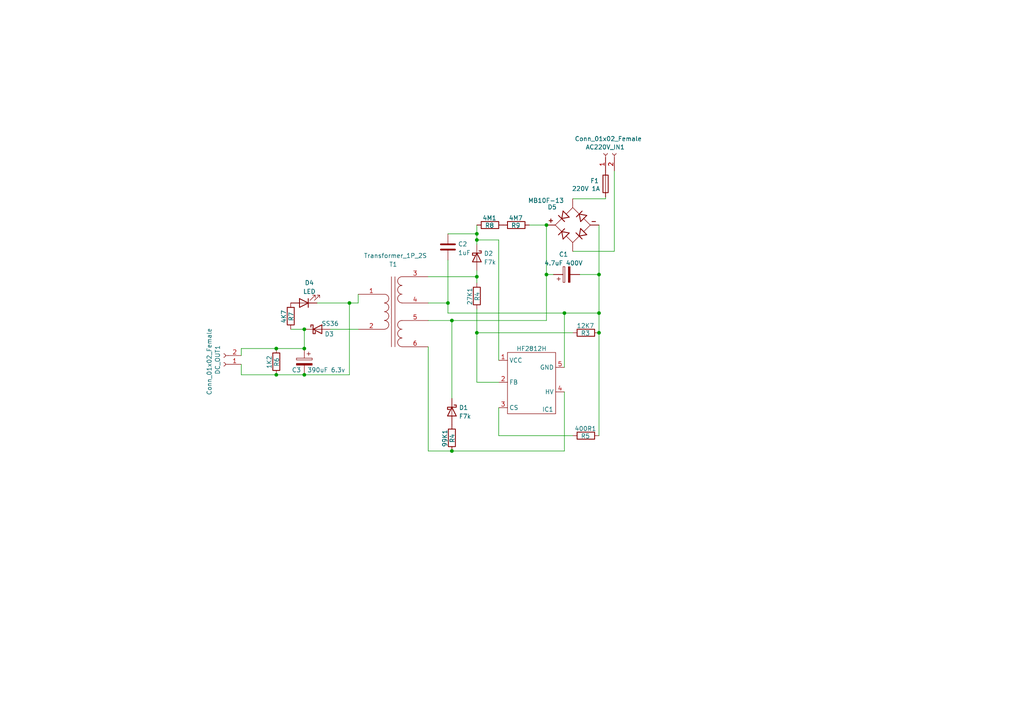
<source format=kicad_sch>
(kicad_sch (version 20211123) (generator eeschema)
  (paper "A4")
  (lib_symbols
    (symbol "Connector:Conn_01x02_Female" (pin_names (offset 1.016) hide)
      (property "Reference" "J" (at 0 2.54 0))
      (property "Value" "Conn_01x02_Female" (at 0 -5.08 0))
      (symbol "Conn_01x02_Female_1_1"
        (arc (start 0 -2.032) (mid -0.508 -2.54) (end 0 -3.048) (stroke (width 0.1524)))
        (polyline (pts (xy -1.27 -2.54) (xy -0.508 -2.54)) (stroke (width 0.1524)))
        (polyline (pts (xy -1.27 0) (xy -0.508 0)) (stroke (width 0.1524)))
        (arc (start 0 0.508) (mid -0.508 0) (end 0 -0.508) (stroke (width 0.1524)))
        (pin passive line (at -5.08 0 0) (length 3.81) (name "Pin_1") (number "1"))
        (pin passive line (at -5.08 -2.54 0) (length 3.81) (name "Pin_2") (number "2"))
      )
    )
    (symbol "Device:C" (pin_numbers hide) (pin_names (offset 0.254))
      (property "Reference" "C" (at 0.635 2.54 0))
      (property "Value" "C" (at 0.635 -2.54 0))
      (symbol "C_0_1"
        (polyline (pts (xy -2.032 -0.762) (xy 2.032 -0.762)) (stroke (width 0.508)))
        (polyline (pts (xy -2.032 0.762) (xy 2.032 0.762)) (stroke (width 0.508)))
      )
      (symbol "C_1_1"
        (pin passive line (at 0 3.81 270) (length 2.794) (name "~") (number "1"))
        (pin passive line (at 0 -3.81 90) (length 2.794) (name "~") (number "2"))
      )
    )
    (symbol "Device:C_Polarized" (pin_numbers hide) (pin_names (offset 0.254))
      (property "Reference" "C" (at 0.635 2.54 0))
      (property "Value" "C_Polarized" (at 0.635 -2.54 0))
      (symbol "C_Polarized_0_1"
        (rectangle (start -2.286 0.508) (end 2.286 1.016))
        (polyline (pts (xy -1.778 2.286) (xy -0.762 2.286)))
        (polyline (pts (xy -1.27 2.794) (xy -1.27 1.778)))
        (rectangle (start 2.286 -0.508) (end -2.286 -1.016) (fill (type outline)))
      )
      (symbol "C_Polarized_1_1"
        (pin passive line (at 0 3.81 270) (length 2.794) (name "~") (number "1"))
        (pin passive line (at 0 -3.81 90) (length 2.794) (name "~") (number "2"))
      )
    )
    (symbol "Device:D_Schottky" (pin_numbers hide) (pin_names (offset 1.016) hide)
      (property "Reference" "D" (at 0 2.54 0))
      (property "Value" "D_Schottky" (at 0 -2.54 0))
      (symbol "D_Schottky_0_1"
        (polyline (pts (xy 1.27 0) (xy -1.27 0)))
        (polyline (pts (xy 1.27 1.27) (xy 1.27 -1.27) (xy -1.27 0) (xy 1.27 1.27)) (stroke (width 0.254)))
        (polyline (pts (xy -1.905 0.635) (xy -1.905 1.27) (xy -1.27 1.27) (xy -1.27 -1.27) (xy -0.635 -1.27) (xy -0.635 -0.635)) (stroke (width 0.254)))
      )
      (symbol "D_Schottky_1_1"
        (pin passive line (at -3.81 0 0) (length 2.54) (name "K") (number "1"))
        (pin passive line (at 3.81 0 180) (length 2.54) (name "A") (number "2"))
      )
    )
    (symbol "Device:Fuse" (pin_numbers hide) (pin_names (offset 0))
      (property "Reference" "F" (at 2.032 0 90))
      (property "Value" "Fuse" (at -1.905 0 90))
      (symbol "Fuse_0_1"
        (rectangle (start -0.762 -2.54) (end 0.762 2.54) (stroke (width 0.254)))
        (polyline (pts (xy 0 2.54) (xy 0 -2.54)))
      )
      (symbol "Fuse_1_1"
        (pin passive line (at 0 3.81 270) (length 1.27) (name "~") (number "1"))
        (pin passive line (at 0 -3.81 90) (length 1.27) (name "~") (number "2"))
      )
    )
    (symbol "Device:LED" (pin_numbers hide) (pin_names (offset 1.016) hide)
      (property "Reference" "D" (at 0 2.54 0))
      (property "Value" "LED" (at 0 -2.54 0))
      (symbol "LED_0_1"
        (polyline (pts (xy -1.27 -1.27) (xy -1.27 1.27)) (stroke (width 0.254)))
        (polyline (pts (xy -1.27 0) (xy 1.27 0)))
        (polyline (pts (xy 1.27 -1.27) (xy 1.27 1.27) (xy -1.27 0) (xy 1.27 -1.27)) (stroke (width 0.254)))
        (polyline (pts (xy -3.048 -0.762) (xy -4.572 -2.286) (xy -3.81 -2.286) (xy -4.572 -2.286) (xy -4.572 -1.524)))
        (polyline (pts (xy -1.778 -0.762) (xy -3.302 -2.286) (xy -2.54 -2.286) (xy -3.302 -2.286) (xy -3.302 -1.524)))
      )
      (symbol "LED_1_1"
        (pin passive line (at -3.81 0 0) (length 2.54) (name "K") (number "1"))
        (pin passive line (at 3.81 0 180) (length 2.54) (name "A") (number "2"))
      )
    )
    (symbol "Device:R" (pin_numbers hide) (pin_names (offset 0))
      (property "Reference" "R" (at 2.032 0 90))
      (property "Value" "R" (at 0 0 90))
      (symbol "R_0_1"
        (rectangle (start -1.016 -2.54) (end 1.016 2.54) (stroke (width 0.254)))
      )
      (symbol "R_1_1"
        (pin passive line (at 0 3.81 270) (length 1.27) (name "~") (number "1"))
        (pin passive line (at 0 -3.81 90) (length 1.27) (name "~") (number "2"))
      )
    )
    (symbol "Device:Transformer_1P_2S" (pin_names (offset 1.016) hide)
      (property "Reference" "T" (at 0 12.7 0))
      (property "Value" "Transformer_1P_2S" (at 0 -12.7 0))
      (symbol "Transformer_1P_2S_0_1"
        (arc (start -2.54 -5.0546) (mid -1.6599 -4.6901) (end -1.27 -3.81))
        (arc (start -2.54 -2.5146) (mid -1.6599 -2.1501) (end -1.27 -1.27))
        (arc (start -2.54 0.0254) (mid -1.6599 0.3899) (end -1.27 1.27))
        (arc (start -2.54 2.5654) (mid -1.6599 2.9299) (end -1.27 3.81))
        (arc (start -1.27 -3.81) (mid -1.642 -2.912) (end -2.54 -2.54))
        (arc (start -1.27 -1.27) (mid -1.642 -0.372) (end -2.54 0))
        (arc (start -1.27 1.27) (mid -1.642 2.168) (end -2.54 2.54))
        (arc (start -1.27 3.81) (mid -1.642 4.708) (end -2.54 5.08))
        (polyline (pts (xy -0.508 -10.16) (xy -0.508 10.16)))
        (polyline (pts (xy 0.508 10.16) (xy 0.508 -10.16)))
        (arc (start 1.2954 -8.89) (mid 1.6599 -9.7701) (end 2.54 -10.1346))
        (arc (start 1.2954 -6.35) (mid 1.6599 -7.2301) (end 2.54 -7.5946))
        (arc (start 1.2954 -3.81) (mid 1.6599 -4.6901) (end 2.54 -5.0546))
        (arc (start 1.2954 3.81) (mid 1.6599 2.9299) (end 2.54 2.5654))
        (arc (start 1.2954 6.35) (mid 1.6599 5.4699) (end 2.54 5.1054))
        (arc (start 1.2954 8.89) (mid 1.6599 8.0099) (end 2.54 7.6454))
        (arc (start 2.54 -7.62) (mid 1.642 -7.992) (end 1.2954 -8.89))
        (arc (start 2.54 -5.08) (mid 1.642 -5.452) (end 1.2954 -6.35))
        (arc (start 2.54 -2.54) (mid 1.642 -2.912) (end 1.2954 -3.81))
        (arc (start 2.54 5.08) (mid 1.642 4.708) (end 1.2954 3.81))
        (arc (start 2.54 7.62) (mid 1.642 7.248) (end 1.2954 6.35))
        (arc (start 2.54 10.16) (mid 1.642 9.788) (end 1.2954 8.89))
      )
      (symbol "Transformer_1P_2S_1_1"
        (pin passive line (at -10.16 5.08 0) (length 7.62) (name "AA") (number "1"))
        (pin passive line (at -10.16 -5.08 0) (length 7.62) (name "AB") (number "2"))
        (pin passive line (at 10.16 10.16 180) (length 7.62) (name "SA") (number "3"))
        (pin passive line (at 10.16 2.54 180) (length 7.62) (name "SB") (number "4"))
        (pin passive line (at 10.16 -2.54 180) (length 7.62) (name "SC") (number "5"))
        (pin passive line (at 10.16 -10.16 180) (length 7.62) (name "SD") (number "6"))
      )
    )
    (symbol "Power_Management:HF2812H"
      (property "Reference" "IC" (at 0 0 0))
      (property "Value" "HF2812H" (at -0.254 2.032 0))
      (symbol "HF2812H_0_1"
        (rectangle (start -8.128 -2.032) (end 5.842 -19.812) (stroke (width 0.1524)))
      )
      (symbol "HF2812H_1_1"
        (pin input line (at -10.668 -4.318 0) (length 2.54) (name "VCC") (number "1"))
        (pin bidirectional line (at -10.668 -10.668 0) (length 2.54) (name "FB") (number "2"))
        (pin bidirectional line (at -10.668 -18.034 0) (length 2.54) (name "CS") (number "3"))
        (pin bidirectional line (at 8.382 -13.462 180) (length 2.54) (name "HV") (number "4"))
        (pin output line (at 8.382 -6.35 180) (length 2.54) (name "GND") (number "5"))
      )
    )
    (symbol "Power_Protection:MB10F-13" (pin_numbers hide) (pin_names (offset 1.016) hide)
      (property "Reference" "D" (at 5.08 5.08 0))
      (property "Value" "MB10F-13" (at 5.08 -7.62 0))
      (symbol "MB10F-13_0_0"
        (polyline (pts (xy -6.858 1.27) (xy -5.842 1.27)) (stroke (width 0.254)))
        (polyline (pts (xy -6.35 0.762) (xy -6.35 1.778)) (stroke (width 0.254)))
        (polyline (pts (xy -5.08 0) (xy -3.175 -1.905)) (stroke (width 0.1524)))
        (polyline (pts (xy -3.175 -1.905) (xy -2.794 -4.064)) (stroke (width 0.254)))
        (polyline (pts (xy -3.175 -1.905) (xy -1.016 -2.286)) (stroke (width 0.254)))
        (polyline (pts (xy -3.175 1.905) (xy -5.08 0)) (stroke (width 0.1524)))
        (polyline (pts (xy -3.175 1.905) (xy -2.794 4.064)) (stroke (width 0.254)))
        (polyline (pts (xy -3.175 1.905) (xy -1.016 2.286)) (stroke (width 0.254)))
        (polyline (pts (xy -2.3622 -1.0668) (xy -4.1402 -2.8448)) (stroke (width 0.254)))
        (polyline (pts (xy -2.3622 1.016) (xy -4.1402 2.794)) (stroke (width 0.254)))
        (polyline (pts (xy -1.016 -2.286) (xy -2.794 -4.064)) (stroke (width 0.254)))
        (polyline (pts (xy -1.016 2.286) (xy -2.794 4.064)) (stroke (width 0.254)))
        (polyline (pts (xy 0 -5.08) (xy -1.8034 -3.2766)) (stroke (width 0.1524)))
        (polyline (pts (xy 0 -5.08) (xy 1.905 -3.175)) (stroke (width 0.1524)))
        (polyline (pts (xy 0 5.08) (xy -1.8034 3.2766)) (stroke (width 0.1524)))
        (polyline (pts (xy 1.905 -3.175) (xy 2.286 -1.016)) (stroke (width 0.254)))
        (polyline (pts (xy 1.905 -3.175) (xy 4.064 -2.794)) (stroke (width 0.254)))
        (polyline (pts (xy 1.905 3.175) (xy 0 5.08)) (stroke (width 0.1524)))
        (polyline (pts (xy 1.905 3.175) (xy 2.286 1.016)) (stroke (width 0.254)))
        (polyline (pts (xy 1.905 3.175) (xy 4.064 2.794)) (stroke (width 0.254)))
        (polyline (pts (xy 2.7178 -4.0386) (xy 0.9398 -2.2606)) (stroke (width 0.254)))
        (polyline (pts (xy 2.7178 4.0386) (xy 1.0668 2.3876)) (stroke (width 0.254)))
        (polyline (pts (xy 3.2766 -1.8034) (xy 5.08 0)) (stroke (width 0.1524)))
        (polyline (pts (xy 4.064 -2.794) (xy 2.286 -1.016)) (stroke (width 0.254)))
        (polyline (pts (xy 4.064 2.794) (xy 2.286 1.016)) (stroke (width 0.254)))
        (polyline (pts (xy 5.08 0) (xy 3.2766 1.8034)) (stroke (width 0.1524)))
        (polyline (pts (xy 5.588 1.016) (xy 6.604 1.016)) (stroke (width 0.254)))
        (pin passive line (at -7.62 0 0) (length 2.54) (name "~") (number "1"))
        (pin passive line (at 0 7.62 270) (length 2.54) (name "~") (number "2"))
        (pin passive line (at 7.62 0 180) (length 2.54) (name "~") (number "3"))
        (pin passive line (at 0 -7.62 90) (length 2.54) (name "~") (number "4"))
      )
    )
  )
  (junction (at 158.496 79.629))
  (junction (at 138.303 69.596))
  (junction (at 88.265 108.712))
  (junction (at 173.736 79.629))
  (junction (at 138.303 96.52))
  (junction (at 101.346 87.884))
  (junction (at 138.303 67.818))
  (junction (at 158.496 65.278))
  (junction (at 131.064 130.81))
  (junction (at 88.265 95.504))
  (junction (at 131.064 92.964))
  (junction (at 138.303 80.264))
  (junction (at 163.703 90.805))
  (junction (at 88.265 101.092))
  (junction (at 173.736 96.52))
  (junction (at 80.137 101.092))
  (junction (at 129.921 87.884))
  (junction (at 80.137 108.712))
  (junction (at 173.736 90.805))
  (wire (pts (xy 101.346 87.884) (xy 103.886 87.884)))
  (wire (pts (xy 158.496 65.278) (xy 158.496 79.629)))
  (wire (pts (xy 80.137 108.712) (xy 69.977 108.712)))
  (wire (pts (xy 153.543 65.278) (xy 158.496 65.278)))
  (wire (pts (xy 88.265 95.504) (xy 88.265 101.092)))
  (wire (pts (xy 138.303 96.52) (xy 166.116 96.52)))
  (wire (pts (xy 144.653 104.521) (xy 144.653 69.596)))
  (wire (pts (xy 173.736 79.629) (xy 168.148 79.629)))
  (wire (pts (xy 138.303 69.596) (xy 138.303 67.818)))
  (wire (pts (xy 80.137 101.092) (xy 69.977 101.092)))
  (wire (pts (xy 173.736 65.278) (xy 173.736 79.629)))
  (wire (pts (xy 124.206 130.81) (xy 124.206 100.584)))
  (wire (pts (xy 138.303 89.662) (xy 138.303 96.52)))
  (wire (pts (xy 178.181 49.53) (xy 178.181 72.898)))
  (wire (pts (xy 144.653 69.596) (xy 138.303 69.596)))
  (wire (pts (xy 69.977 101.092) (xy 69.977 103.124)))
  (wire (pts (xy 124.206 87.884) (xy 129.921 87.884)))
  (wire (pts (xy 175.641 57.658) (xy 175.641 57.15)))
  (wire (pts (xy 95.885 95.504) (xy 103.886 95.504)))
  (wire (pts (xy 138.303 80.264) (xy 138.303 78.486)))
  (wire (pts (xy 103.886 87.884) (xy 103.886 85.344)))
  (wire (pts (xy 129.921 67.818) (xy 138.303 67.818)))
  (wire (pts (xy 138.303 82.042) (xy 138.303 80.264)))
  (wire (pts (xy 163.703 113.665) (xy 163.703 130.81)))
  (wire (pts (xy 163.703 130.81) (xy 131.064 130.81)))
  (wire (pts (xy 173.736 96.52) (xy 173.736 126.365)))
  (wire (pts (xy 138.303 70.866) (xy 138.303 69.596)))
  (wire (pts (xy 138.303 67.818) (xy 138.303 65.278)))
  (wire (pts (xy 166.116 72.898) (xy 178.181 72.898)))
  (wire (pts (xy 131.064 92.964) (xy 131.064 115.57)))
  (wire (pts (xy 84.328 95.504) (xy 88.265 95.504)))
  (wire (pts (xy 166.116 57.658) (xy 175.641 57.658)))
  (wire (pts (xy 101.346 87.884) (xy 101.346 108.712)))
  (wire (pts (xy 163.703 90.805) (xy 129.921 90.805)))
  (wire (pts (xy 129.921 87.884) (xy 129.921 75.438)))
  (wire (pts (xy 173.736 90.805) (xy 173.736 96.52)))
  (wire (pts (xy 158.496 79.629) (xy 160.528 79.629)))
  (wire (pts (xy 80.137 101.092) (xy 88.265 101.092)))
  (wire (pts (xy 138.303 96.52) (xy 138.303 110.871)))
  (wire (pts (xy 144.653 118.237) (xy 144.653 126.365)))
  (wire (pts (xy 158.496 79.629) (xy 158.496 92.964)))
  (wire (pts (xy 91.948 87.884) (xy 101.346 87.884)))
  (wire (pts (xy 138.303 110.871) (xy 144.653 110.871)))
  (wire (pts (xy 80.137 108.712) (xy 88.265 108.712)))
  (wire (pts (xy 173.736 79.629) (xy 173.736 90.805)))
  (wire (pts (xy 138.303 80.264) (xy 124.206 80.264)))
  (wire (pts (xy 173.736 90.805) (xy 163.703 90.805)))
  (wire (pts (xy 131.064 92.964) (xy 124.206 92.964)))
  (wire (pts (xy 101.346 108.712) (xy 88.265 108.712)))
  (wire (pts (xy 131.064 130.81) (xy 124.206 130.81)))
  (wire (pts (xy 129.921 90.805) (xy 129.921 87.884)))
  (wire (pts (xy 144.653 126.365) (xy 166.116 126.365)))
  (wire (pts (xy 69.977 108.712) (xy 69.977 105.664)))
  (wire (pts (xy 158.496 92.964) (xy 131.064 92.964)))
  (wire (pts (xy 163.703 90.805) (xy 163.703 106.553)))
  (symbol (lib_id "Device:LED") (at 88.138 87.884 180) (unit 1)
    (property "Reference" "D4" (at 89.7255 82.0252 0))
    (property "Value" "LED" (at 89.7255 84.5621 0))
    (property "Footprint" "Diode_SMD:D_0805_2012Metric_Pad1.15x1.40mm_HandSolder" (effects hide))
  )
  (symbol (lib_id "Connector:Conn_01x02_Female") (at 175.641 44.45 90) (unit 1)
    (property "Reference" "AC220V_IN1" (at 181.229 42.672 90) (effects (justify left)))
    (property "Value" "Conn_01x02_Female" (at 186.182 40.259 90) (effects (justify left)))
    (property "Footprint" "TestPoint:TestPoint_Pad_D1.5mm x2" (effects hide))
  )
  (symbol (lib_id "Power_Protection:MB10F-13") (at 166.116 65.278 0) (unit 1)
    (property "Reference" "D5" (at 160.147 60.071 0))
    (property "Value" "MB10F-13" (at 158.369 58.166 0))
    (property "Footprint" "Diode_SMD:DIOB_MB10F-13" (effects hide))
    (property "PARTREV" "3 - 2" (effects hide))
    (property "STANDARD" "Manufacturer Recommendations" (effects hide))
    (property "MAXIMUM_PACKAGE_HEIGHT" "1.8 mm" (effects hide))
    (property "MANUFACTURER" "Diodes Inc." (effects hide))
  )
  (symbol (lib_id "Device:C_Polarized") (at 88.265 104.902 0) (mirror y) (unit 1)
    (property "Reference" "C3" (at 85.979 107.315 0))
    (property "Value" "390uF 6.3v" (at 94.615 107.315 0))
    (property "Footprint" "Capacitor_THT:CP_Radial_D4.0mm_P1.50mm" (effects hide))
  )
  (symbol (lib_id "Device:Transformer_1P_2S") (at 114.046 90.424 0) (unit 1)
    (property "Reference" "T1" (at 114.046 76.6911 0))
    (property "Value" "Transformer_1P_2S" (at 114.681 74.168 0))
    (property "Footprint" "Transformer_THT:Transformer_EE10-A1 11.5x12.5mm" (effects hide))
  )
  (symbol (lib_id "Power_Management:HF2812H") (at 155.321 100.203 0) (unit 1)
    (property "Reference" "IC1" (at 158.877 118.745 0))
    (property "Value" "HF2812H" (at 154.178 101.1229 0))
    (property "Footprint" "Package_SO:SOP5" (effects hide))
  )
  (symbol (lib_id "Device:D_Schottky") (at 138.303 74.676 270) (unit 1)
    (property "Reference" "D2" (at 140.335 73.5238 90) (effects (justify left)))
    (property "Value" "F7k" (at 140.335 76.0607 90) (effects (justify left)))
    (property "Footprint" "Diode_SMD:D_1206_3216Metric_Pad1.42x1.75mm_HandSolder" (effects hide))
  )
  (symbol (lib_id "Device:C_Polarized") (at 164.338 79.629 90) (unit 1)
    (property "Reference" "C1" (at 163.449 73.7702 90))
    (property "Value" "4.7uF 400V" (at 163.449 76.3071 90))
    (property "Footprint" "Capacitor_THT:CP_Radial_D5.0mm_P2.00mm" (effects hide))
  )
  (symbol (lib_id "Device:R") (at 142.113 65.278 90) (unit 1)
    (property "Reference" "4M1" (at 141.986 63.246 90))
    (property "Value" "R8" (at 141.986 65.405 90))
    (property "Footprint" "Resistor_SMD:R_0805_2012Metric_Pad1.20x1.40mm_HandSolder" (effects hide))
  )
  (symbol (lib_id "Device:R") (at 169.926 96.52 90) (unit 1)
    (property "Reference" "12K7" (at 169.799 94.488 90))
    (property "Value" "R3" (at 169.799 96.647 90))
    (property "Footprint" "Resistor_SMD:R_0805_2012Metric_Pad1.20x1.40mm_HandSolder" (effects hide))
  )
  (symbol (lib_id "Device:R") (at 149.733 65.278 90) (unit 1)
    (property "Reference" "4M7" (at 149.606 63.246 90))
    (property "Value" "R9" (at 149.606 65.405 90))
    (property "Footprint" "Resistor_SMD:R_0805_2012Metric_Pad1.20x1.40mm_HandSolder" (effects hide))
  )
  (symbol (lib_id "Device:R") (at 131.064 127 180) (unit 1)
    (property "Reference" "99K1" (at 129.032 127.127 90))
    (property "Value" "R4" (at 131.191 127.127 90))
    (property "Footprint" "Resistor_SMD:R_0805_2012Metric_Pad1.20x1.40mm_HandSolder" (effects hide))
  )
  (symbol (lib_id "Connector:Conn_01x02_Female") (at 64.897 105.664 180) (unit 1)
    (property "Reference" "DC_OUT1" (at 63.119 100.076 90) (effects (justify left)))
    (property "Value" "Conn_01x02_Female" (at 60.706 95.123 90) (effects (justify left)))
    (property "Footprint" "TestPoint:TestPoint_Pad_D1.0mm x2" (effects hide))
  )
  (symbol (lib_id "Device:D_Schottky") (at 92.075 95.504 0) (unit 1)
    (property "Reference" "D3" (at 95.504 96.901 0))
    (property "Value" "SS36" (at 95.758 93.853 0))
    (property "Footprint" "Diode_SMD:D_1206_3216Metric_Pad1.42x1.75mm_HandSolder" (effects hide))
  )
  (symbol (lib_id "Device:Fuse") (at 175.641 53.34 0) (unit 1)
    (property "Reference" "F1" (at 171.196 52.451 0) (effects (justify left)))
    (property "Value" "220V 1A" (at 165.862 54.737 0) (effects (justify left)))
    (property "Footprint" "Fuse:Fuse_Bourns_MF-RG300" (effects hide))
  )
  (symbol (lib_id "Device:D_Schottky") (at 131.064 119.38 270) (unit 1)
    (property "Reference" "D1" (at 133.096 118.2278 90) (effects (justify left)))
    (property "Value" "F7k" (at 133.096 120.7647 90) (effects (justify left)))
    (property "Footprint" "Diode_SMD:D_1206_3216Metric_Pad1.42x1.75mm_HandSolder" (effects hide))
  )
  (symbol (lib_id "Device:R") (at 138.303 85.852 180) (unit 1)
    (property "Reference" "27K1" (at 136.271 85.979 90))
    (property "Value" "R4" (at 138.43 85.979 90))
    (property "Footprint" "Resistor_SMD:R_0805_2012Metric_Pad1.20x1.40mm_HandSolder" (effects hide))
  )
  (symbol (lib_id "Device:R") (at 80.137 104.902 180) (unit 1)
    (property "Reference" "1K2" (at 78.105 105.029 90))
    (property "Value" "R6" (at 80.264 105.029 90))
    (property "Footprint" "Resistor_SMD:R_0805_2012Metric_Pad1.20x1.40mm_HandSolder" (effects hide))
  )
  (symbol (lib_id "Device:R") (at 84.328 91.694 180) (unit 1)
    (property "Reference" "4K7" (at 82.296 91.821 90))
    (property "Value" "R7" (at 84.455 91.821 90))
    (property "Footprint" "Resistor_SMD:R_0805_2012Metric_Pad1.20x1.40mm_HandSolder" (effects hide))
  )
  (symbol (lib_id "Device:C") (at 129.921 71.628 0) (unit 1)
    (property "Reference" "C2" (at 132.842 70.7933 0) (effects (justify left)))
    (property "Value" "1uF" (at 132.842 73.3302 0) (effects (justify left)))
    (property "Footprint" "Capacitor_SMD:C_0805_2012Metric_Pad1.18x1.45mm_HandSolder" (effects hide))
  )
  (symbol (lib_id "Device:R") (at 169.926 126.365 90) (unit 1)
    (property "Reference" "400R1" (at 169.799 124.333 90))
    (property "Value" "R5" (at 169.799 126.492 90))
    (property "Footprint" "Resistor_SMD:R_0805_2012Metric_Pad1.20x1.40mm_HandSolder" (effects hide))
  )
)
</source>
